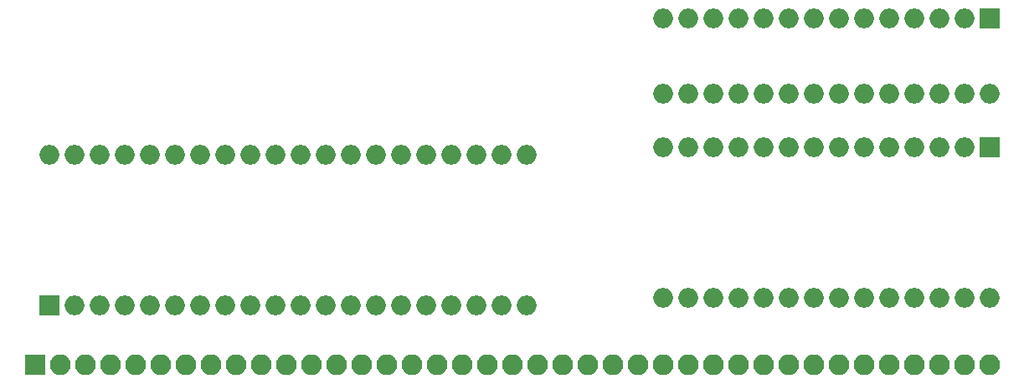
<source format=gbr>
G04 #@! TF.GenerationSoftware,KiCad,Pcbnew,(5.0.0)*
G04 #@! TF.CreationDate,2020-03-05T15:16:05+00:00*
G04 #@! TF.ProjectId,basic-mc6800,62617369632D6D63363830302E6B6963,rev?*
G04 #@! TF.SameCoordinates,Original*
G04 #@! TF.FileFunction,Soldermask,Bot*
G04 #@! TF.FilePolarity,Negative*
%FSLAX46Y46*%
G04 Gerber Fmt 4.6, Leading zero omitted, Abs format (unit mm)*
G04 Created by KiCad (PCBNEW (5.0.0)) date 03/05/20 15:16:05*
%MOMM*%
%LPD*%
G01*
G04 APERTURE LIST*
%ADD10R,2.000000X2.000000*%
%ADD11O,2.000000X2.000000*%
%ADD12R,2.100000X2.100000*%
%ADD13O,2.100000X2.100000*%
G04 APERTURE END LIST*
D10*
G04 #@! TO.C,U2*
X101440000Y-94000000D03*
D11*
X149700000Y-78760000D03*
X103980000Y-94000000D03*
X147160000Y-78760000D03*
X106520000Y-94000000D03*
X144620000Y-78760000D03*
X109060000Y-94000000D03*
X142080000Y-78760000D03*
X111600000Y-94000000D03*
X139540000Y-78760000D03*
X114140000Y-94000000D03*
X137000000Y-78760000D03*
X116680000Y-94000000D03*
X134460000Y-78760000D03*
X119220000Y-94000000D03*
X131920000Y-78760000D03*
X121760000Y-94000000D03*
X129380000Y-78760000D03*
X124300000Y-94000000D03*
X126840000Y-78760000D03*
X126840000Y-94000000D03*
X124300000Y-78760000D03*
X129380000Y-94000000D03*
X121760000Y-78760000D03*
X131920000Y-94000000D03*
X119220000Y-78760000D03*
X134460000Y-94000000D03*
X116680000Y-78760000D03*
X137000000Y-94000000D03*
X114140000Y-78760000D03*
X139540000Y-94000000D03*
X111600000Y-78760000D03*
X142080000Y-94000000D03*
X109060000Y-78760000D03*
X144620000Y-94000000D03*
X106520000Y-78760000D03*
X147160000Y-94000000D03*
X103980000Y-78760000D03*
X149700000Y-94000000D03*
X101440000Y-78760000D03*
G04 #@! TD*
G04 #@! TO.C,U4*
X196540000Y-93240000D03*
X163520000Y-78000000D03*
X194000000Y-93240000D03*
X166060000Y-78000000D03*
X191460000Y-93240000D03*
X168600000Y-78000000D03*
X188920000Y-93240000D03*
X171140000Y-78000000D03*
X186380000Y-93240000D03*
X173680000Y-78000000D03*
X183840000Y-93240000D03*
X176220000Y-78000000D03*
X181300000Y-93240000D03*
X178760000Y-78000000D03*
X178760000Y-93240000D03*
X181300000Y-78000000D03*
X176220000Y-93240000D03*
X183840000Y-78000000D03*
X173680000Y-93240000D03*
X186380000Y-78000000D03*
X171140000Y-93240000D03*
X188920000Y-78000000D03*
X168600000Y-93240000D03*
X191460000Y-78000000D03*
X166060000Y-93240000D03*
X194000000Y-78000000D03*
X163520000Y-93240000D03*
D10*
X196540000Y-78000000D03*
G04 #@! TD*
D12*
G04 #@! TO.C,J1*
X100000000Y-100000000D03*
D13*
X102540000Y-100000000D03*
X105080000Y-100000000D03*
X107620000Y-100000000D03*
X110160000Y-100000000D03*
X112700000Y-100000000D03*
X115240000Y-100000000D03*
X117780000Y-100000000D03*
X120320000Y-100000000D03*
X122860000Y-100000000D03*
X125400000Y-100000000D03*
X127940000Y-100000000D03*
X130480000Y-100000000D03*
X133020000Y-100000000D03*
X135560000Y-100000000D03*
X138100000Y-100000000D03*
X140640000Y-100000000D03*
X143180000Y-100000000D03*
X145720000Y-100000000D03*
X148260000Y-100000000D03*
X150800000Y-100000000D03*
X153340000Y-100000000D03*
X155880000Y-100000000D03*
X158420000Y-100000000D03*
X160960000Y-100000000D03*
X163500000Y-100000000D03*
X166040000Y-100000000D03*
X168580000Y-100000000D03*
X171120000Y-100000000D03*
X173660000Y-100000000D03*
X176200000Y-100000000D03*
X178740000Y-100000000D03*
X181280000Y-100000000D03*
X183820000Y-100000000D03*
X186360000Y-100000000D03*
X188900000Y-100000000D03*
X191440000Y-100000000D03*
X193980000Y-100000000D03*
X196520000Y-100000000D03*
G04 #@! TD*
D11*
G04 #@! TO.C,U3*
X196540000Y-72620000D03*
X163520000Y-65000000D03*
X194000000Y-72620000D03*
X166060000Y-65000000D03*
X191460000Y-72620000D03*
X168600000Y-65000000D03*
X188920000Y-72620000D03*
X171140000Y-65000000D03*
X186380000Y-72620000D03*
X173680000Y-65000000D03*
X183840000Y-72620000D03*
X176220000Y-65000000D03*
X181300000Y-72620000D03*
X178760000Y-65000000D03*
X178760000Y-72620000D03*
X181300000Y-65000000D03*
X176220000Y-72620000D03*
X183840000Y-65000000D03*
X173680000Y-72620000D03*
X186380000Y-65000000D03*
X171140000Y-72620000D03*
X188920000Y-65000000D03*
X168600000Y-72620000D03*
X191460000Y-65000000D03*
X166060000Y-72620000D03*
X194000000Y-65000000D03*
X163520000Y-72620000D03*
D10*
X196540000Y-65000000D03*
G04 #@! TD*
M02*

</source>
